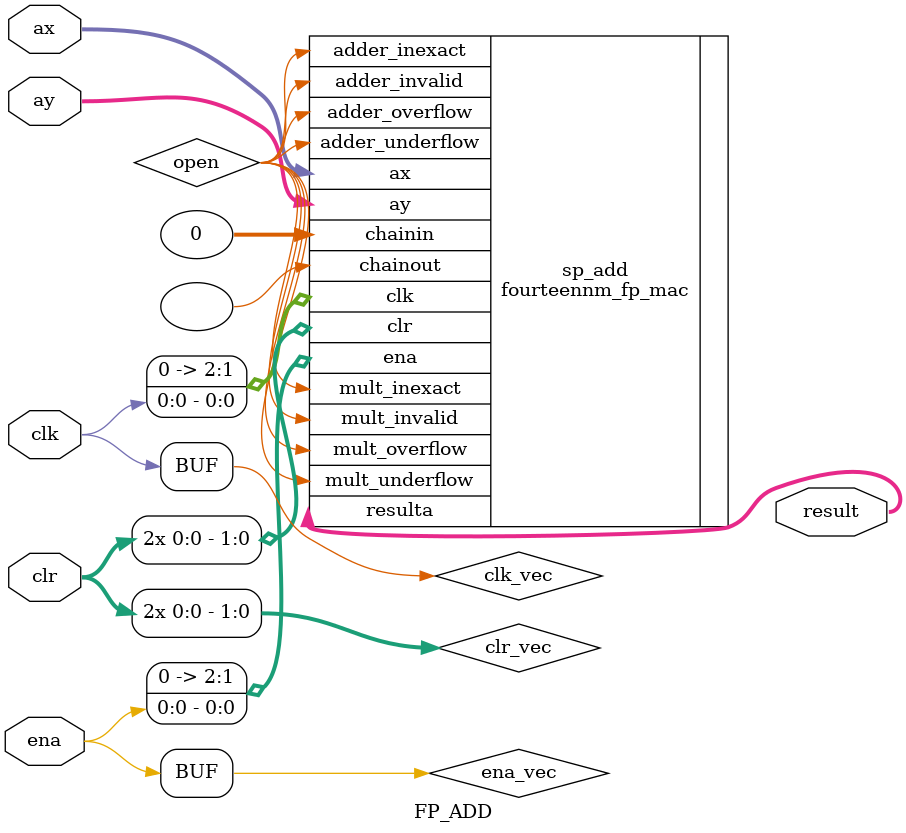
<source format=v>

module FP_ADD
#(parameter DATA_WIDTH = 32)
(
    input  wire                          clk,
    input  wire                          ena,
    input  wire                          clr,
    input  wire [DATA_WIDTH-1:0]                   ax,
    input  wire [DATA_WIDTH-1:0]                   ay,
    output wire [DATA_WIDTH-1:0]                   result
	);
    wire [1-1:0] clk_vec;
    wire [1-1:0] ena_vec;
    wire [1:0]                   clr_vec;
    assign clk_vec[0] = clk;
    assign ena_vec[0] = ena;
    assign clr_vec[1] = clr;
    assign clr_vec[0] = clr;
fourteennm_fp_mac  #(
    .accumulate_clock("NONE"),
    .ax_clock("0"),
    .ay_clock("0"),
    .az_clock("NONE"),
    .accum_pipeline_clock("NONE"),
    .ax_chainin_pl_clock("NONE"),
    .mult_pipeline_clock("NONE"),
    .accum_2nd_pipeline_clock("NONE"),
    .ax_chainin_2nd_pl_clock("NONE"),
    .mult_2nd_pipeline_clock("NONE"),
    .accum_adder_clock("NONE"),
    .adder_input_clock("0"),
    .output_clock("0"),
    .clear_type("sclr"),
    .use_chainin("false"),
    .operation_mode("sp_add"),
    .adder_subtract("false")
) sp_add (
    .clk({1'b0,1'b0,clk_vec[0]}),
    .ena({1'b0,1'b0,ena_vec[0]}),
    .clr(clr_vec),
    .ax(ax),
    .ay(ay),

    .chainin(32'b0),
    .resulta(result),
    .mult_overflow (open),
    .mult_underflow(open),
    .mult_invalid  (open),
    .mult_inexact  (open),
    .adder_overflow (open),
    .adder_underflow(open),
    .adder_invalid  (open),
    .adder_inexact  (open),
    .chainout()
);
endmodule
</source>
